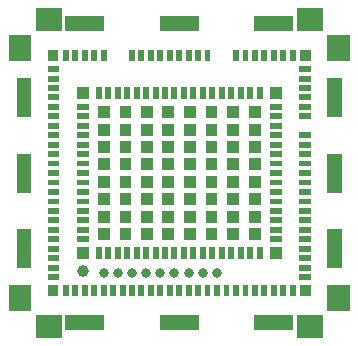
<source format=gbr>
G04 CAM350/DFMSTREAM V12.2 (Build 1124) Date:  Wed Mar 06 16:06:52 2019 *
G04 Database: d:\cad\swi_source\new folder\airprime hl and wp series snap-in socket.cam *
G04 Layer 7: PAD *
%FSLAX23Y23*%
%MOIN*%
%SFA1.000B1.000*%

%MIA0B0*%
%IPPOS*%
%ADD10C,0.03937*%
%ADD11C,0.03150*%
%LNPAD*%
%LPD*%
G36*
X400Y337D02*
G01Y356D01*
X439*
Y337*
X400*
G37*
G36*
Y305D02*
G01Y325D01*
X439*
Y305*
X400*
G37*
G36*
Y274D02*
G01Y293D01*
X439*
Y274*
X400*
G37*
G36*
Y242D02*
G01Y262D01*
X439*
Y242*
X400*
G37*
G36*
Y211D02*
G01Y230D01*
X439*
Y211*
X400*
G37*
G36*
Y179D02*
G01Y199D01*
X439*
Y179*
X400*
G37*
G36*
Y116D02*
G01Y136D01*
X439*
Y116*
X400*
G37*
G36*
Y85D02*
G01Y104D01*
X439*
Y85*
X400*
G37*
G36*
Y53D02*
G01Y73D01*
X439*
Y53*
X400*
G37*
G36*
Y22D02*
G01Y41D01*
X439*
Y22*
X400*
G37*
G36*
Y-10D02*
G01Y10D01*
X439*
Y-10*
X400*
G37*
G36*
Y-41D02*
G01Y-22D01*
X439*
Y-41*
X400*
G37*
G36*
Y-73D02*
G01Y-53D01*
X439*
Y-73*
X400*
G37*
G36*
Y-104D02*
G01Y-85D01*
X439*
Y-104*
X400*
G37*
G36*
Y-136D02*
G01Y-116D01*
X439*
Y-136*
X400*
G37*
G36*
Y-167D02*
G01Y-148D01*
X439*
Y-167*
X400*
G37*
G36*
Y-199D02*
G01Y-179D01*
X439*
Y-199*
X400*
G37*
G36*
Y-230D02*
G01Y-211D01*
X439*
Y-230*
X400*
G37*
G36*
Y-262D02*
G01Y-242D01*
X439*
Y-262*
X400*
G37*
G36*
Y-293D02*
G01Y-274D01*
X439*
Y-293*
X400*
G37*
G36*
Y-325D02*
G01Y-305D01*
X439*
Y-325*
X400*
G37*
G36*
Y-356D02*
G01Y-337D01*
X439*
Y-356*
X400*
G37*
G36*
X368Y372D02*
G01Y411D01*
X388*
Y372*
X368*
G37*
G36*
Y-411D02*
G01Y-372D01*
X388*
Y-411*
X368*
G37*
G36*
X337Y372D02*
G01Y411D01*
X356*
Y372*
X337*
G37*
G36*
Y-411D02*
G01Y-372D01*
X356*
Y-411*
X337*
G37*
G36*
X305Y372D02*
G01Y411D01*
X325*
Y372*
X305*
G37*
G36*
Y-411D02*
G01Y-372D01*
X325*
Y-411*
X305*
G37*
G36*
X302Y211D02*
G01Y230D01*
X342*
Y211*
X302*
G37*
G36*
Y179D02*
G01Y199D01*
X342*
Y179*
X302*
G37*
G36*
Y148D02*
G01Y167D01*
X342*
Y148*
X302*
G37*
G36*
Y116D02*
G01Y136D01*
X342*
Y116*
X302*
G37*
G36*
Y85D02*
G01Y104D01*
X342*
Y85*
X302*
G37*
G36*
Y53D02*
G01Y73D01*
X342*
Y53*
X302*
G37*
G36*
Y22D02*
G01Y41D01*
X342*
Y22*
X302*
G37*
G36*
Y-10D02*
G01Y10D01*
X342*
Y-10*
X302*
G37*
G36*
Y-41D02*
G01Y-22D01*
X342*
Y-41*
X302*
G37*
G36*
Y-73D02*
G01Y-53D01*
X342*
Y-73*
X302*
G37*
G36*
Y-104D02*
G01Y-85D01*
X342*
Y-104*
X302*
G37*
G36*
Y-136D02*
G01Y-116D01*
X342*
Y-136*
X302*
G37*
G36*
Y-167D02*
G01Y-148D01*
X342*
Y-167*
X302*
G37*
G36*
Y-199D02*
G01Y-179D01*
X342*
Y-199*
X302*
G37*
G36*
Y-230D02*
G01Y-211D01*
X342*
Y-230*
X302*
G37*
G36*
X274Y372D02*
G01Y411D01*
X293*
Y372*
X274*
G37*
G36*
Y-411D02*
G01Y-372D01*
X293*
Y-411*
X274*
G37*
G36*
X258Y247D02*
G01Y287D01*
X278*
Y247*
X258*
G37*
G36*
Y-287D02*
G01Y-247D01*
X278*
Y-287*
X258*
G37*
G36*
X242Y372D02*
G01Y411D01*
X262*
Y372*
X242*
G37*
G36*
Y-411D02*
G01Y-372D01*
X262*
Y-411*
X242*
G37*
G36*
X226Y247D02*
G01Y287D01*
X246*
Y247*
X226*
G37*
G36*
Y-287D02*
G01Y-247D01*
X246*
Y-287*
X226*
G37*
G36*
X211Y372D02*
G01Y411D01*
X230*
Y372*
X211*
G37*
G36*
Y-411D02*
G01Y-372D01*
X230*
Y-411*
X211*
G37*
G36*
X195Y247D02*
G01Y287D01*
X215*
Y247*
X195*
G37*
G36*
Y-287D02*
G01Y-247D01*
X215*
Y-287*
X195*
G37*
G36*
X179Y372D02*
G01Y411D01*
X199*
Y372*
X179*
G37*
G36*
Y-411D02*
G01Y-372D01*
X199*
Y-411*
X179*
G37*
G36*
X163Y247D02*
G01Y287D01*
X183*
Y247*
X163*
G37*
G36*
Y-287D02*
G01Y-247D01*
X183*
Y-287*
X163*
G37*
G36*
X148Y-411D02*
G01Y-372D01*
X167*
Y-411*
X148*
G37*
G36*
X132Y247D02*
G01Y287D01*
X152*
Y247*
X132*
G37*
G36*
Y-287D02*
G01Y-247D01*
X152*
Y-287*
X132*
G37*
G36*
X116Y-411D02*
G01Y-372D01*
X136*
Y-411*
X116*
G37*
G36*
X100Y247D02*
G01Y287D01*
X120*
Y247*
X100*
G37*
G36*
Y-287D02*
G01Y-247D01*
X120*
Y-287*
X100*
G37*
G36*
X85Y372D02*
G01Y411D01*
X104*
Y372*
X85*
G37*
G36*
Y-411D02*
G01Y-372D01*
X104*
Y-411*
X85*
G37*
G36*
X69Y247D02*
G01Y287D01*
X89*
Y247*
X69*
G37*
G36*
Y-287D02*
G01Y-247D01*
X89*
Y-287*
X69*
G37*
G36*
X53Y372D02*
G01Y411D01*
X73*
Y372*
X53*
G37*
G36*
Y-411D02*
G01Y-372D01*
X73*
Y-411*
X53*
G37*
G36*
X37Y247D02*
G01Y287D01*
X57*
Y247*
X37*
G37*
G36*
Y-287D02*
G01Y-247D01*
X57*
Y-287*
X37*
G37*
G36*
X22Y372D02*
G01Y411D01*
X41*
Y372*
X22*
G37*
G36*
Y-411D02*
G01Y-372D01*
X41*
Y-411*
X22*
G37*
G36*
X6Y247D02*
G01Y287D01*
X26*
Y247*
X6*
G37*
G36*
Y-287D02*
G01Y-247D01*
X26*
Y-287*
X6*
G37*
G36*
X-10Y372D02*
G01Y411D01*
X10*
Y372*
X-10*
G37*
G36*
Y-411D02*
G01Y-372D01*
X10*
Y-411*
X-10*
G37*
G36*
X-26Y247D02*
G01Y287D01*
X-6*
Y247*
X-26*
G37*
G36*
Y-287D02*
G01Y-247D01*
X-6*
Y-287*
X-26*
G37*
G36*
X-41Y372D02*
G01Y411D01*
X-22*
Y372*
X-41*
G37*
G36*
Y-411D02*
G01Y-372D01*
X-22*
Y-411*
X-41*
G37*
G36*
X-57Y247D02*
G01Y287D01*
X-37*
Y247*
X-57*
G37*
G36*
Y-287D02*
G01Y-247D01*
X-37*
Y-287*
X-57*
G37*
G36*
X-73Y372D02*
G01Y411D01*
X-53*
Y372*
X-73*
G37*
G36*
Y-411D02*
G01Y-372D01*
X-53*
Y-411*
X-73*
G37*
G36*
X-89Y247D02*
G01Y287D01*
X-69*
Y247*
X-89*
G37*
G36*
Y-287D02*
G01Y-247D01*
X-69*
Y-287*
X-89*
G37*
G36*
X-104Y372D02*
G01Y411D01*
X-85*
Y372*
X-104*
G37*
G36*
Y-411D02*
G01Y-372D01*
X-85*
Y-411*
X-104*
G37*
G36*
X-120Y247D02*
G01Y287D01*
X-100*
Y247*
X-120*
G37*
G36*
Y-287D02*
G01Y-247D01*
X-100*
Y-287*
X-120*
G37*
G36*
X-136Y372D02*
G01Y411D01*
X-116*
Y372*
X-136*
G37*
G36*
Y-411D02*
G01Y-372D01*
X-116*
Y-411*
X-136*
G37*
G36*
X-152Y247D02*
G01Y287D01*
X-132*
Y247*
X-152*
G37*
G36*
Y-287D02*
G01Y-247D01*
X-132*
Y-287*
X-152*
G37*
G36*
X-167Y372D02*
G01Y411D01*
X-148*
Y372*
X-167*
G37*
G36*
Y-411D02*
G01Y-372D01*
X-148*
Y-411*
X-167*
G37*
G36*
X-183Y247D02*
G01Y287D01*
X-163*
Y247*
X-183*
G37*
G36*
Y-287D02*
G01Y-247D01*
X-163*
Y-287*
X-183*
G37*
G36*
X-199Y-411D02*
G01Y-372D01*
X-179*
Y-411*
X-199*
G37*
G36*
X-215Y247D02*
G01Y287D01*
X-195*
Y247*
X-215*
G37*
G36*
Y-287D02*
G01Y-247D01*
X-195*
Y-287*
X-215*
G37*
G36*
X-230Y-411D02*
G01Y-372D01*
X-211*
Y-411*
X-230*
G37*
G36*
X-246Y247D02*
G01Y287D01*
X-226*
Y247*
X-246*
G37*
G36*
Y-287D02*
G01Y-247D01*
X-226*
Y-287*
X-246*
G37*
G36*
X-262Y372D02*
G01Y411D01*
X-242*
Y372*
X-262*
G37*
G36*
Y-411D02*
G01Y-372D01*
X-242*
Y-411*
X-262*
G37*
G36*
X-278Y247D02*
G01Y287D01*
X-258*
Y247*
X-278*
G37*
G36*
Y-287D02*
G01Y-247D01*
X-258*
Y-287*
X-278*
G37*
G36*
X-293Y372D02*
G01Y411D01*
X-274*
Y372*
X-293*
G37*
G36*
Y-411D02*
G01Y-372D01*
X-274*
Y-411*
X-293*
G37*
G36*
X-325Y372D02*
G01Y411D01*
X-305*
Y372*
X-325*
G37*
G36*
Y-411D02*
G01Y-372D01*
X-305*
Y-411*
X-325*
G37*
G36*
X-342Y211D02*
G01Y230D01*
X-302*
Y211*
X-342*
G37*
G36*
Y179D02*
G01Y199D01*
X-302*
Y179*
X-342*
G37*
G36*
Y148D02*
G01Y167D01*
X-302*
Y148*
X-342*
G37*
G36*
Y116D02*
G01Y136D01*
X-302*
Y116*
X-342*
G37*
G36*
Y85D02*
G01Y104D01*
X-302*
Y85*
X-342*
G37*
G36*
Y53D02*
G01Y73D01*
X-302*
Y53*
X-342*
G37*
G36*
Y22D02*
G01Y41D01*
X-302*
Y22*
X-342*
G37*
G36*
Y-10D02*
G01Y10D01*
X-302*
Y-10*
X-342*
G37*
G36*
Y-41D02*
G01Y-22D01*
X-302*
Y-41*
X-342*
G37*
G36*
Y-73D02*
G01Y-53D01*
X-302*
Y-73*
X-342*
G37*
G36*
Y-104D02*
G01Y-85D01*
X-302*
Y-104*
X-342*
G37*
G36*
Y-136D02*
G01Y-116D01*
X-302*
Y-136*
X-342*
G37*
G36*
Y-167D02*
G01Y-148D01*
X-302*
Y-167*
X-342*
G37*
G36*
Y-199D02*
G01Y-179D01*
X-302*
Y-199*
X-342*
G37*
G36*
Y-230D02*
G01Y-211D01*
X-302*
Y-230*
X-342*
G37*
G36*
X-356Y372D02*
G01Y411D01*
X-337*
Y372*
X-356*
G37*
G36*
Y-411D02*
G01Y-372D01*
X-337*
Y-411*
X-356*
G37*
G36*
X-388Y372D02*
G01Y411D01*
X-368*
Y372*
X-388*
G37*
G36*
Y-411D02*
G01Y-372D01*
X-368*
Y-411*
X-388*
G37*
G36*
X-439Y337D02*
G01Y356D01*
X-400*
Y337*
X-439*
G37*
G36*
Y305D02*
G01Y325D01*
X-400*
Y305*
X-439*
G37*
G36*
Y274D02*
G01Y293D01*
X-400*
Y274*
X-439*
G37*
G36*
Y242D02*
G01Y262D01*
X-400*
Y242*
X-439*
G37*
G36*
Y211D02*
G01Y230D01*
X-400*
Y211*
X-439*
G37*
G36*
Y179D02*
G01Y199D01*
X-400*
Y179*
X-439*
G37*
G36*
Y148D02*
G01Y167D01*
X-400*
Y148*
X-439*
G37*
G36*
Y116D02*
G01Y136D01*
X-400*
Y116*
X-439*
G37*
G36*
Y85D02*
G01Y104D01*
X-400*
Y85*
X-439*
G37*
G36*
Y53D02*
G01Y73D01*
X-400*
Y53*
X-439*
G37*
G36*
Y22D02*
G01Y41D01*
X-400*
Y22*
X-439*
G37*
G36*
Y-10D02*
G01Y10D01*
X-400*
Y-10*
X-439*
G37*
G36*
Y-41D02*
G01Y-22D01*
X-400*
Y-41*
X-439*
G37*
G36*
Y-73D02*
G01Y-53D01*
X-400*
Y-73*
X-439*
G37*
G36*
Y-104D02*
G01Y-85D01*
X-400*
Y-104*
X-439*
G37*
G36*
Y-136D02*
G01Y-116D01*
X-400*
Y-136*
X-439*
G37*
G36*
Y-167D02*
G01Y-148D01*
X-400*
Y-167*
X-439*
G37*
G36*
Y-199D02*
G01Y-179D01*
X-400*
Y-199*
X-439*
G37*
G36*
Y-230D02*
G01Y-211D01*
X-400*
Y-230*
X-439*
G37*
G36*
Y-262D02*
G01Y-242D01*
X-400*
Y-262*
X-439*
G37*
G36*
Y-293D02*
G01Y-274D01*
X-400*
Y-293*
X-439*
G37*
G36*
Y-325D02*
G01Y-305D01*
X-400*
Y-325*
X-439*
G37*
G36*
Y-356D02*
G01Y-337D01*
X-400*
Y-356*
X-439*
G37*
G36*
X404Y372D02*
G01Y411D01*
X439*
Y372*
X404*
G37*
G36*
Y-411D02*
G01Y-372D01*
X439*
Y-411*
X404*
G37*
G36*
X-439Y372D02*
G01Y411D01*
X-404*
Y372*
X-439*
G37*
G36*
Y-411D02*
G01Y-372D01*
X-404*
Y-411*
X-439*
G37*
G36*
X302Y247D02*
G01Y287D01*
X342*
Y247*
X302*
G37*
G36*
Y-287D02*
G01Y-247D01*
X342*
Y-287*
X302*
G37*
G36*
X232Y184D02*
G01Y223D01*
X271*
Y184*
X232*
G37*
G36*
Y125D02*
G01Y165D01*
X271*
Y125*
X232*
G37*
G36*
Y67D02*
G01Y107D01*
X271*
Y67*
X232*
G37*
G36*
Y9D02*
G01Y49D01*
X271*
Y9*
X232*
G37*
G36*
Y-49D02*
G01Y-9D01*
X271*
Y-49*
X232*
G37*
G36*
Y-107D02*
G01Y-67D01*
X271*
Y-107*
X232*
G37*
G36*
Y-165D02*
G01Y-125D01*
X271*
Y-165*
X232*
G37*
G36*
Y-223D02*
G01Y-184D01*
X271*
Y-223*
X232*
G37*
G36*
X160Y184D02*
G01Y223D01*
X199*
Y184*
X160*
G37*
G36*
Y125D02*
G01Y165D01*
X199*
Y125*
X160*
G37*
G36*
Y67D02*
G01Y107D01*
X199*
Y67*
X160*
G37*
G36*
Y9D02*
G01Y49D01*
X199*
Y9*
X160*
G37*
G36*
Y-49D02*
G01Y-9D01*
X199*
Y-49*
X160*
G37*
G36*
Y-107D02*
G01Y-67D01*
X199*
Y-107*
X160*
G37*
G36*
Y-165D02*
G01Y-125D01*
X199*
Y-165*
X160*
G37*
G36*
Y-223D02*
G01Y-184D01*
X199*
Y-223*
X160*
G37*
G36*
X88Y184D02*
G01Y223D01*
X127*
Y184*
X88*
G37*
G36*
Y125D02*
G01Y165D01*
X127*
Y125*
X88*
G37*
G36*
Y67D02*
G01Y107D01*
X127*
Y67*
X88*
G37*
G36*
Y9D02*
G01Y49D01*
X127*
Y9*
X88*
G37*
G36*
Y-49D02*
G01Y-9D01*
X127*
Y-49*
X88*
G37*
G36*
Y-107D02*
G01Y-67D01*
X127*
Y-107*
X88*
G37*
G36*
Y-165D02*
G01Y-125D01*
X127*
Y-165*
X88*
G37*
G36*
Y-223D02*
G01Y-184D01*
X127*
Y-223*
X88*
G37*
G36*
X16Y184D02*
G01Y223D01*
X56*
Y184*
X16*
G37*
G36*
Y125D02*
G01Y165D01*
X56*
Y125*
X16*
G37*
G36*
Y67D02*
G01Y107D01*
X56*
Y67*
X16*
G37*
G36*
Y9D02*
G01Y49D01*
X56*
Y9*
X16*
G37*
G36*
Y-49D02*
G01Y-9D01*
X56*
Y-49*
X16*
G37*
G36*
Y-107D02*
G01Y-67D01*
X56*
Y-107*
X16*
G37*
G36*
Y-165D02*
G01Y-125D01*
X56*
Y-165*
X16*
G37*
G36*
Y-223D02*
G01Y-184D01*
X56*
Y-223*
X16*
G37*
G36*
X-56Y184D02*
G01Y223D01*
X-16*
Y184*
X-56*
G37*
G36*
Y125D02*
G01Y165D01*
X-16*
Y125*
X-56*
G37*
G36*
Y67D02*
G01Y107D01*
X-16*
Y67*
X-56*
G37*
G36*
Y9D02*
G01Y49D01*
X-16*
Y9*
X-56*
G37*
G36*
Y-49D02*
G01Y-9D01*
X-16*
Y-49*
X-56*
G37*
G36*
Y-107D02*
G01Y-67D01*
X-16*
Y-107*
X-56*
G37*
G36*
Y-165D02*
G01Y-125D01*
X-16*
Y-165*
X-56*
G37*
G36*
Y-223D02*
G01Y-184D01*
X-16*
Y-223*
X-56*
G37*
G36*
X-127Y184D02*
G01Y223D01*
X-88*
Y184*
X-127*
G37*
G36*
Y125D02*
G01Y165D01*
X-88*
Y125*
X-127*
G37*
G36*
Y67D02*
G01Y107D01*
X-88*
Y67*
X-127*
G37*
G36*
Y9D02*
G01Y49D01*
X-88*
Y9*
X-127*
G37*
G36*
Y-49D02*
G01Y-9D01*
X-88*
Y-49*
X-127*
G37*
G36*
Y-107D02*
G01Y-67D01*
X-88*
Y-107*
X-127*
G37*
G36*
Y-165D02*
G01Y-125D01*
X-88*
Y-165*
X-127*
G37*
G36*
Y-223D02*
G01Y-184D01*
X-88*
Y-223*
X-127*
G37*
G36*
X-199Y184D02*
G01Y223D01*
X-160*
Y184*
X-199*
G37*
G36*
Y125D02*
G01Y165D01*
X-160*
Y125*
X-199*
G37*
G36*
Y67D02*
G01Y107D01*
X-160*
Y67*
X-199*
G37*
G36*
Y9D02*
G01Y49D01*
X-160*
Y9*
X-199*
G37*
G36*
Y-49D02*
G01Y-9D01*
X-160*
Y-49*
X-199*
G37*
G36*
Y-107D02*
G01Y-67D01*
X-160*
Y-107*
X-199*
G37*
G36*
Y-165D02*
G01Y-125D01*
X-160*
Y-165*
X-199*
G37*
G36*
Y-223D02*
G01Y-184D01*
X-160*
Y-223*
X-199*
G37*
G36*
X-271Y184D02*
G01Y223D01*
X-232*
Y184*
X-271*
G37*
G36*
Y125D02*
G01Y165D01*
X-232*
Y125*
X-271*
G37*
G36*
Y67D02*
G01Y107D01*
X-232*
Y67*
X-271*
G37*
G36*
Y9D02*
G01Y49D01*
X-232*
Y9*
X-271*
G37*
G36*
Y-49D02*
G01Y-9D01*
X-232*
Y-49*
X-271*
G37*
G36*
Y-107D02*
G01Y-67D01*
X-232*
Y-107*
X-271*
G37*
G36*
Y-165D02*
G01Y-125D01*
X-232*
Y-165*
X-271*
G37*
G36*
Y-223D02*
G01Y-184D01*
X-232*
Y-223*
X-271*
G37*
G36*
X-342Y247D02*
G01Y287D01*
X-302*
Y247*
X-342*
G37*
G36*
Y-287D02*
G01Y-247D01*
X-302*
Y-287*
X-342*
G37*
G36*
X494Y187D02*
G01Y317D01*
X541*
Y187*
X494*
G37*
G36*
Y-65D02*
G01Y65D01*
X541*
Y-65*
X494*
G37*
G36*
Y-317D02*
G01Y-187D01*
X541*
Y-317*
X494*
G37*
G36*
X250Y474D02*
G01Y522D01*
X380*
Y474*
X250*
G37*
G36*
Y-522D02*
G01Y-474D01*
X380*
Y-522*
X250*
G37*
G36*
X-65Y474D02*
G01Y522D01*
X65*
Y474*
X-65*
G37*
G36*
Y-522D02*
G01Y-474D01*
X65*
Y-522*
X-65*
G37*
G36*
X-380Y474D02*
G01Y522D01*
X-250*
Y474*
X-380*
G37*
G36*
Y-522D02*
G01Y-474D01*
X-250*
Y-522*
X-380*
G37*
G36*
X-541Y187D02*
G01Y317D01*
X-494*
Y187*
X-541*
G37*
G36*
Y-65D02*
G01Y65D01*
X-494*
Y-65*
X-541*
G37*
G36*
Y-317D02*
G01Y-187D01*
X-494*
Y-317*
X-541*
G37*
G36*
X494Y372D02*
G01Y459D01*
X569*
Y372*
X494*
G37*
G36*
Y-459D02*
G01Y-372D01*
X569*
Y-459*
X494*
G37*
G36*
X392Y474D02*
G01Y549D01*
X478*
Y474*
X392*
G37*
G36*
Y-549D02*
G01Y-474D01*
X478*
Y-549*
X392*
G37*
G36*
X-478Y474D02*
G01Y549D01*
X-392*
Y474*
X-478*
G37*
G36*
Y-549D02*
G01Y-474D01*
X-392*
Y-549*
X-478*
G37*
G36*
X-569Y372D02*
G01Y459D01*
X-494*
Y372*
X-569*
G37*
G36*
Y-459D02*
G01Y-372D01*
X-494*
Y-459*
X-569*
G37*
G54D11*
X126Y-334D03*
X79D03*
X31D03*
X-16D03*
X-63D03*
X-110D03*
X-157D03*
X-205D03*
X-252D03*
G54D10*
X-322Y-326D03*
M02*

</source>
